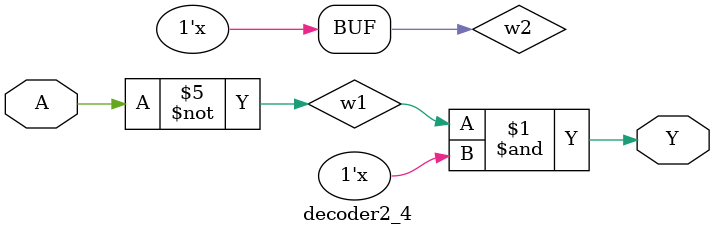
<source format=v>

module decoder2_4 (input A, output Y);
    wire w1, w2;
    not n1 (w1, A[0]);
    not n2 (w2, A[1]);
    and a1 (Y[0], w1, w2);
    and a2 (Y[1], w1, A[1]);
    and a3 (Y[2], A[0], w2);
    and a4 (Y[3], A[0], A[1]);
endmodule
</source>
